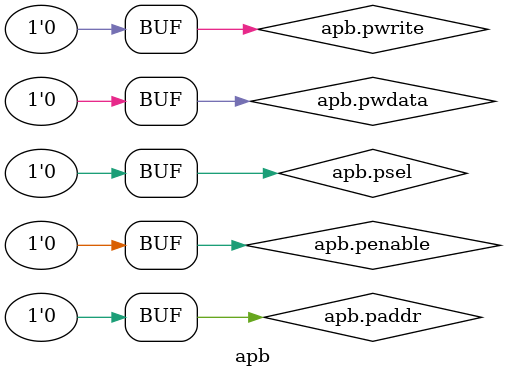
<source format=sv>

`timescale 1ns/1ps

module apb # (
    parameter ID = 0
)(
    apb_bus.master      apb
);
// Variable Declaration
//=====================================================================
    
// APB Master
//=====================================================================
    assign apb.psel = 1'b0;
    assign apb.penable = 1'b0;
    assign apb.pwrite = 1'b0;
    assign apb.pwdata = 32'h0000_0000;
    assign apb.paddr = 32'h0000_0000;
endmodule
</source>
